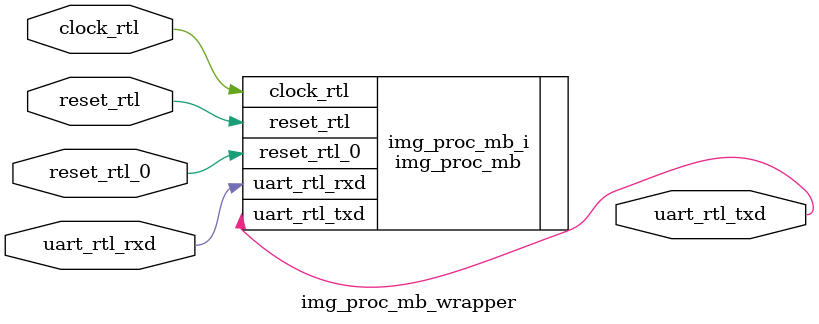
<source format=v>
`timescale 1 ps / 1 ps

module img_proc_mb_wrapper
   (clock_rtl,
    reset_rtl,
    reset_rtl_0,
    uart_rtl_rxd,
    uart_rtl_txd);
  input clock_rtl;
  input reset_rtl;
  input reset_rtl_0;
  input uart_rtl_rxd;
  output uart_rtl_txd;

  wire clock_rtl;
  wire reset_rtl;
  wire reset_rtl_0;
  wire uart_rtl_rxd;
  wire uart_rtl_txd;

  img_proc_mb img_proc_mb_i
       (.clock_rtl(clock_rtl),
        .reset_rtl(reset_rtl),
        .reset_rtl_0(reset_rtl_0),
        .uart_rtl_rxd(uart_rtl_rxd),
        .uart_rtl_txd(uart_rtl_txd));
endmodule

</source>
